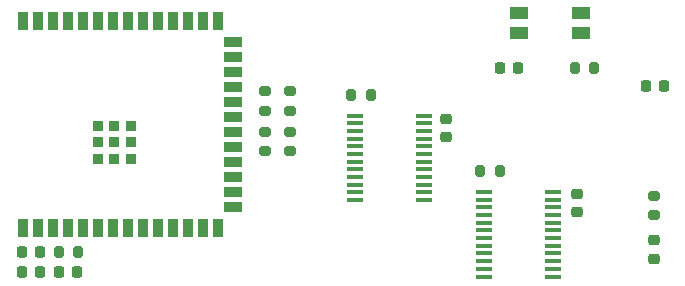
<source format=gbr>
%TF.GenerationSoftware,KiCad,Pcbnew,7.0.8*%
%TF.CreationDate,2024-03-21T14:52:22+01:00*%
%TF.ProjectId,so-dimm-esp32-cm,736f2d64-696d-46d2-9d65-737033322d63,REV.03*%
%TF.SameCoordinates,Original*%
%TF.FileFunction,Paste,Top*%
%TF.FilePolarity,Positive*%
%FSLAX46Y46*%
G04 Gerber Fmt 4.6, Leading zero omitted, Abs format (unit mm)*
G04 Created by KiCad (PCBNEW 7.0.8) date 2024-03-21 14:52:22*
%MOMM*%
%LPD*%
G01*
G04 APERTURE LIST*
G04 Aperture macros list*
%AMRoundRect*
0 Rectangle with rounded corners*
0 $1 Rounding radius*
0 $2 $3 $4 $5 $6 $7 $8 $9 X,Y pos of 4 corners*
0 Add a 4 corners polygon primitive as box body*
4,1,4,$2,$3,$4,$5,$6,$7,$8,$9,$2,$3,0*
0 Add four circle primitives for the rounded corners*
1,1,$1+$1,$2,$3*
1,1,$1+$1,$4,$5*
1,1,$1+$1,$6,$7*
1,1,$1+$1,$8,$9*
0 Add four rect primitives between the rounded corners*
20,1,$1+$1,$2,$3,$4,$5,0*
20,1,$1+$1,$4,$5,$6,$7,0*
20,1,$1+$1,$6,$7,$8,$9,0*
20,1,$1+$1,$8,$9,$2,$3,0*%
G04 Aperture macros list end*
%ADD10RoundRect,0.225000X-0.225000X-0.250000X0.225000X-0.250000X0.225000X0.250000X-0.225000X0.250000X0*%
%ADD11RoundRect,0.200000X-0.200000X-0.275000X0.200000X-0.275000X0.200000X0.275000X-0.200000X0.275000X0*%
%ADD12RoundRect,0.218750X0.256250X-0.218750X0.256250X0.218750X-0.256250X0.218750X-0.256250X-0.218750X0*%
%ADD13RoundRect,0.200000X0.275000X-0.200000X0.275000X0.200000X-0.275000X0.200000X-0.275000X-0.200000X0*%
%ADD14R,1.550000X1.000000*%
%ADD15RoundRect,0.225000X0.225000X0.250000X-0.225000X0.250000X-0.225000X-0.250000X0.225000X-0.250000X0*%
%ADD16R,1.475000X0.450000*%
%ADD17RoundRect,0.200000X0.200000X0.275000X-0.200000X0.275000X-0.200000X-0.275000X0.200000X-0.275000X0*%
%ADD18RoundRect,0.225000X-0.250000X0.225000X-0.250000X-0.225000X0.250000X-0.225000X0.250000X0.225000X0*%
%ADD19R,0.900000X1.500000*%
%ADD20R,1.500000X0.900000*%
%ADD21R,0.900000X0.900000*%
G04 APERTURE END LIST*
D10*
%TO.C,C5*%
X129527000Y-99695000D03*
X131077000Y-99695000D03*
%TD*%
D11*
%TO.C,R4*%
X154242000Y-84709000D03*
X155892000Y-84709000D03*
%TD*%
D12*
%TO.C,D1*%
X179933600Y-98571450D03*
X179933600Y-96996450D03*
%TD*%
D13*
%TO.C,R8*%
X146939000Y-86042000D03*
X146939000Y-84392000D03*
%TD*%
%TO.C,R6*%
X149098000Y-86042000D03*
X149098000Y-84392000D03*
%TD*%
D14*
%TO.C,S1*%
X168444000Y-79463000D03*
X168444000Y-77763000D03*
X173694000Y-79463000D03*
X173694000Y-77763000D03*
%TD*%
D13*
%TO.C,R7*%
X179933600Y-94925950D03*
X179933600Y-93275950D03*
%TD*%
D15*
%TO.C,C7*%
X180734000Y-83947000D03*
X179184000Y-83947000D03*
%TD*%
D16*
%TO.C,IC1*%
X154542000Y-86468000D03*
X154542000Y-87118000D03*
X154542000Y-87768000D03*
X154542000Y-88418000D03*
X154542000Y-89068000D03*
X154542000Y-89718000D03*
X154542000Y-90368000D03*
X154542000Y-91018000D03*
X154542000Y-91668000D03*
X154542000Y-92318000D03*
X154542000Y-92968000D03*
X154542000Y-93618000D03*
X160418000Y-93618000D03*
X160418000Y-92968000D03*
X160418000Y-92318000D03*
X160418000Y-91668000D03*
X160418000Y-91018000D03*
X160418000Y-90368000D03*
X160418000Y-89718000D03*
X160418000Y-89068000D03*
X160418000Y-88418000D03*
X160418000Y-87768000D03*
X160418000Y-87118000D03*
X160418000Y-86468000D03*
%TD*%
D17*
%TO.C,R1*%
X174815000Y-82423000D03*
X173165000Y-82423000D03*
%TD*%
D13*
%TO.C,R2*%
X149098000Y-89471000D03*
X149098000Y-87821000D03*
%TD*%
D16*
%TO.C,IC2*%
X165464000Y-92945000D03*
X165464000Y-93595000D03*
X165464000Y-94245000D03*
X165464000Y-94895000D03*
X165464000Y-95545000D03*
X165464000Y-96195000D03*
X165464000Y-96845000D03*
X165464000Y-97495000D03*
X165464000Y-98145000D03*
X165464000Y-98795000D03*
X165464000Y-99445000D03*
X165464000Y-100095000D03*
X171340000Y-100095000D03*
X171340000Y-99445000D03*
X171340000Y-98795000D03*
X171340000Y-98145000D03*
X171340000Y-97495000D03*
X171340000Y-96845000D03*
X171340000Y-96195000D03*
X171340000Y-95545000D03*
X171340000Y-94895000D03*
X171340000Y-94245000D03*
X171340000Y-93595000D03*
X171340000Y-92945000D03*
%TD*%
D11*
%TO.C,R5*%
X165164000Y-91186000D03*
X166814000Y-91186000D03*
%TD*%
D15*
%TO.C,C6*%
X127902000Y-98044000D03*
X126352000Y-98044000D03*
%TD*%
D13*
%TO.C,R3*%
X146939000Y-89471000D03*
X146939000Y-87821000D03*
%TD*%
D15*
%TO.C,C1*%
X168415000Y-82423000D03*
X166865000Y-82423000D03*
%TD*%
D18*
%TO.C,C2*%
X173355000Y-93078000D03*
X173355000Y-94628000D03*
%TD*%
D15*
%TO.C,C4*%
X127902000Y-99695000D03*
X126352000Y-99695000D03*
%TD*%
D11*
%TO.C,R9*%
X129477000Y-98044000D03*
X131127000Y-98044000D03*
%TD*%
D18*
%TO.C,C3*%
X162306000Y-86728000D03*
X162306000Y-88278000D03*
%TD*%
D19*
%TO.C,U2*%
X126492000Y-95986000D03*
X127762000Y-95986000D03*
X129032000Y-95986000D03*
X130302000Y-95986000D03*
X131572000Y-95986000D03*
X132842000Y-95986000D03*
X134112000Y-95986000D03*
X135382000Y-95986000D03*
X136652000Y-95986000D03*
X137922000Y-95986000D03*
X139192000Y-95986000D03*
X140462000Y-95986000D03*
X141732000Y-95986000D03*
X143002000Y-95986000D03*
D20*
X144252000Y-94221000D03*
X144252000Y-92951000D03*
X144252000Y-91681000D03*
X144252000Y-90411000D03*
X144252000Y-89141000D03*
X144252000Y-87871000D03*
X144252000Y-86601000D03*
X144252000Y-85331000D03*
X144252000Y-84061000D03*
X144252000Y-82791000D03*
X144252000Y-81521000D03*
X144252000Y-80251000D03*
D19*
X143002000Y-78486000D03*
X141732000Y-78486000D03*
X140462000Y-78486000D03*
X139192000Y-78486000D03*
X137922000Y-78486000D03*
X136652000Y-78486000D03*
X135382000Y-78486000D03*
X134112000Y-78486000D03*
X132842000Y-78486000D03*
X131572000Y-78486000D03*
X130302000Y-78486000D03*
X129032000Y-78486000D03*
X127762000Y-78486000D03*
X126492000Y-78486000D03*
D21*
X132812000Y-90136000D03*
X134212000Y-90136000D03*
X135612000Y-90136000D03*
X132812000Y-88736000D03*
X134212000Y-88736000D03*
X135612000Y-88736000D03*
X132812000Y-87336000D03*
X134212000Y-87336000D03*
X135612000Y-87336000D03*
%TD*%
M02*

</source>
